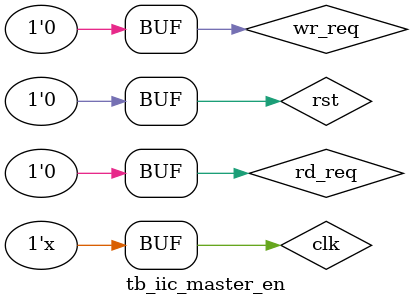
<source format=v>
`timescale 1ns / 1ps
module tb_iic_master_en(
);

reg clk;
reg rst ;
reg rd_req = 0;
reg wr_req = 0;
wire rd_reg_finish;
wire wr_req_finish;

always #10 clk = ~clk;

iic_master_en uut(
    .RST_I          (rst),
    .CLK_I          (clk),
    .DIV_CNT_I      (4),//[9:0] must >= 4
    .READ_REQ_I     (rd_req),
    .WRITE_REQ_I    (wr_req),
    .DEV_ADDR_I     (8'hB0),//[7:0] dev addr [6:0] valid
    .REG_ADDR_I     (16'hAA55),//[15:0] first send high_addr_byte
    .IS_ADDR_2BYTE_I(1),//
    .PDATA_I        (80'hFF00FF00AA5566778899),//[MAX_BYTE_NUM*8-1:0] PDATA_I = {0000000000 low_addr_byte......high_addr_byte}
    .RD_FINISH_O    (rd_reg_finish),//read finish pulse
    .WR_FINISH_O    (wr_req_finish),
    .PDATA_O        (),//[MAX_BYTE_NUM*8-1:0] PDATA_O = {0000000000 low_addr_byte......high_addr_byte}
    .BYTE_NUM_I     (1),//[f_Data2W(MAX_BYTE_NUM)-1:0]
    .SDA_I          (0),
    .SDA_O          (SDA_O),
    .SDA_T          (),
    .SCL_I          (),
    .SCL_O          (SCL_O),
    .SCL_T          (),
    .BUSY_O         (BUSY_O),
    .ERROR_O        (ERROR_O)
    );


 
initial begin
    rst = 1;
    rd_req = 0;
    wr_req = 0;
    clk = 0;
    #500;
    rst = 0;
    #500;
    
    wr_req = 1;
    #50;
    wr_req = 0;

end   



endmodule

</source>
